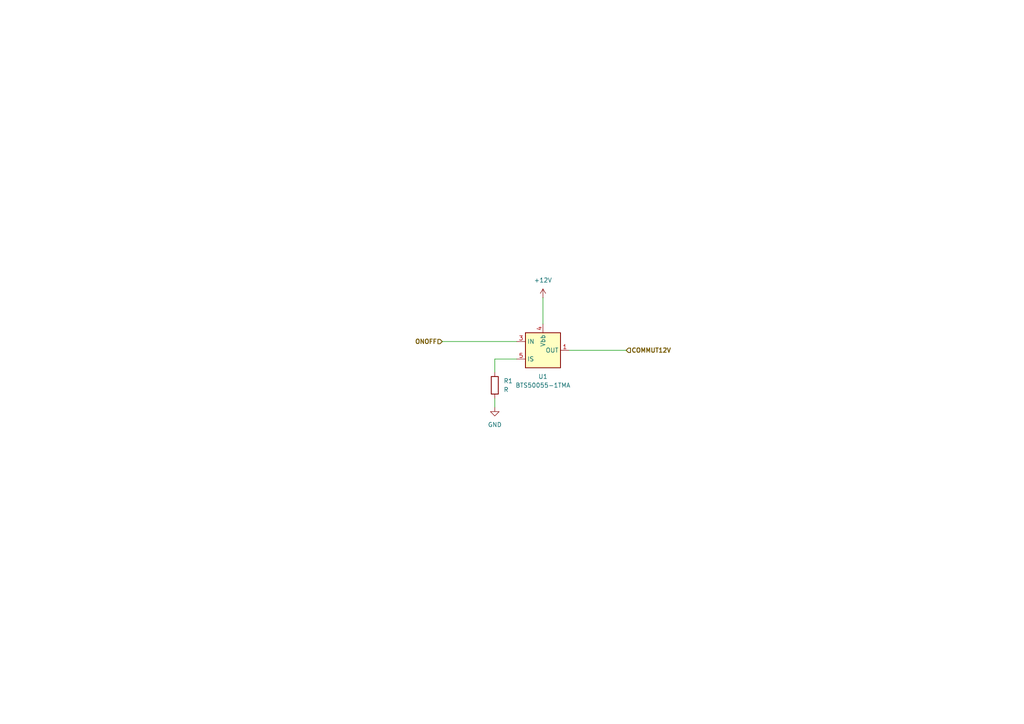
<source format=kicad_sch>
(kicad_sch (version 20231120) (generator "eeschema") (generator_version "8.0")
  (paper "A4")
  (title_block (title "JJK-144") (date "2024-10-04") (rev "V0-10") (company "F4DEB") (comment 1 "COMMUTATION ALIMENTATION"))
  (lib_symbols
    (symbol "Device:R" (pin_numbers hide) (pin_names (offset 0))
      (property "Reference" "R" (at 2.032 0 90))
      (property "Value" "R" (at 0 0 90))
      (symbol "R_0_1"
        (rectangle (start -1.016 -2.54) (end 1.016 2.54) (stroke (width 0.254)))
      )
      (symbol "R_1_1"
        (pin passive line (at 0 3.81 270) (length 1.27) (name "~") (number "1"))
        (pin passive line (at 0 -3.81 90) (length 1.27) (name "~") (number "2"))
      )
    )
    (symbol "Power_Management:BTS50055-1TMA"
      (property "Reference" "U" (at -5.08 6.35 0))
      (property "Value" "BTS50055-1TMA" (at 8.89 6.35 0))
      (symbol "BTS50055-1TMA_0_1"
        (rectangle (start -5.08 5.08) (end 5.08 -5.08) (stroke (width 0.254)) (fill (type background)))
      )
      (symbol "BTS50055-1TMA_1_1"
        (pin power_out line (at 7.62 0 180) (length 2.54) (name "OUT") (number "1"))
        (pin passive line (at 7.62 0 180) (length 2.54) hide (name "OUT") (number "2"))
        (pin input line (at -7.62 2.54 0) (length 2.54) (name "IN") (number "3"))
        (pin power_in line (at 0 7.62 270) (length 2.54) (name "Vbb") (number "4"))
        (pin output line (at -7.62 -2.54 0) (length 2.54) (name "IS") (number "5"))
        (pin passive line (at 7.62 0 180) (length 2.54) hide (name "OUT") (number "6"))
        (pin passive line (at 7.62 0 180) (length 2.54) hide (name "OUT") (number "7"))
      )
    )
    (symbol "power:+12V" (power) (pin_numbers hide) (pin_names (offset 0) hide)
      (property "Value" "+12V" (at 0 3.556 0))
      (symbol "+12V_0_1"
        (polyline (pts (xy -0.762 1.27) (xy 0 2.54)))
        (polyline (pts (xy 0 0) (xy 0 2.54)))
        (polyline (pts (xy 0 2.54) (xy 0.762 1.27)))
      )
      (symbol "+12V_1_1"
        (pin power_in line (at 0 0 90) (length 0) (name "~") (number "1"))
      )
    )
    (symbol "power:GND" (power) (pin_numbers hide) (pin_names (offset 0) hide)
      (property "Value" "GND" (at 0 -3.81 0))
      (symbol "GND_0_1"
        (polyline (pts (xy 0 0) (xy 0 -1.27) (xy 1.27 -1.27) (xy 0 -2.54) (xy -1.27 -1.27) (xy 0 -1.27)))
      )
      (symbol "GND_1_1"
        (pin power_in line (at 0 0 270) (length 0) (name "~") (number "1"))
      )
    )
  )
  (wire (pts (xy 157.48 86.36) (xy 157.48 93.98)))
  (wire (pts (xy 143.51 104.14) (xy 143.51 107.95)))
  (wire (pts (xy 165.1 101.6) (xy 181.61 101.6)))
  (wire (pts (xy 149.86 104.14) (xy 143.51 104.14)))
  (wire (pts (xy 143.51 115.57) (xy 143.51 118.11)))
  (wire (pts (xy 128.27 99.06) (xy 149.86 99.06)))
  (hierarchical_label "COMMUT12V" (shape input) (at 181.61 101.6 0) (effects (font (thickness 0.254) (bold yes))))
  (hierarchical_label "ONOFF" (shape input) (at 128.27 99.06 180) (effects (font (thickness 0.254) (bold yes))))
  (symbol (lib_id "Device:R") (at 143.51 111.76 0) (unit 1)
    (property "Reference" "R1" (at 146.05 110.4899 0) (effects (justify left)))
    (property "Value" "R" (at 146.05 113.0299 0) (effects (justify left)))
    (property "Description" "Resistor" (effects (hide yes)))
  )
  (symbol (lib_id "Power_Management:BTS50055-1TMA") (at 157.48 101.6 0) (unit 1)
    (property "Reference" "U1" (at 157.48 109.22 0))
    (property "Value" "BTS50055-1TMA" (at 157.48 111.76 0))
    (property "Footprint" "Package_TO_SOT_SMD:TO-263-7_TabPin4" (effects (hide yes)))
    (property "Datasheet" "http://www.infineon.com/dgdl/Infineon-BTS50055-1TMA-DS-v01_00-EN.pdf?fileId=5546d4625a888733015aa9b00de935ed" (effects (hide yes)))
    (property "Description" "Smart High-Side Power Switch, PROFET, Single, 6mOhm, 70A, 34V, TO220-7" (effects (hide yes)))
  )
  (symbol (lib_id "power:GND") (at 143.51 118.11 0) (unit 1)
    (property "Reference" "#PWR04" (effects (hide yes)))
    (property "Value" "GND" (at 143.51 123.19 0))
    (property "Description" "Power symbol creates a global label with name \"GND\" , ground" (effects (hide yes)))
  )
  (symbol (lib_id "power:+12V") (at 157.48 86.36 0) (unit 1)
    (property "Reference" "#PWR03" (effects (hide yes)))
    (property "Value" "+12V" (at 157.48 81.28 0))
    (property "Description" "Power symbol creates a global label with name \"+12V\"" (effects (hide yes)))
  )
)
</source>
